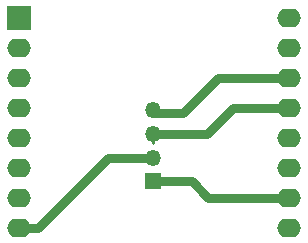
<source format=gbr>
G04 #@! TF.GenerationSoftware,KiCad,Pcbnew,5.1.9*
G04 #@! TF.CreationDate,2021-01-16T07:53:59+00:00*
G04 #@! TF.ProjectId,D1MiniGSR,44314d69-6e69-4475-9352-2e6b69636164,rev?*
G04 #@! TF.SameCoordinates,Original*
G04 #@! TF.FileFunction,Copper,L1,Top*
G04 #@! TF.FilePolarity,Positive*
%FSLAX46Y46*%
G04 Gerber Fmt 4.6, Leading zero omitted, Abs format (unit mm)*
G04 Created by KiCad (PCBNEW 5.1.9) date 2021-01-16 07:53:59*
%MOMM*%
%LPD*%
G01*
G04 APERTURE LIST*
G04 #@! TA.AperFunction,ComponentPad*
%ADD10O,2.000000X1.600000*%
G04 #@! TD*
G04 #@! TA.AperFunction,ComponentPad*
%ADD11R,2.000000X2.000000*%
G04 #@! TD*
G04 #@! TA.AperFunction,ComponentPad*
%ADD12R,1.350000X1.350000*%
G04 #@! TD*
G04 #@! TA.AperFunction,ComponentPad*
%ADD13O,1.350000X1.350000*%
G04 #@! TD*
G04 #@! TA.AperFunction,Conductor*
%ADD14C,0.250000*%
G04 #@! TD*
G04 #@! TA.AperFunction,Conductor*
%ADD15C,0.800000*%
G04 #@! TD*
G04 APERTURE END LIST*
D10*
G04 #@! TO.P,U1,2*
G04 #@! TO.N,Net-(U1-Pad2)*
X97865001Y-155805001D03*
D11*
G04 #@! TO.P,U1,1*
G04 #@! TO.N,Net-(U1-Pad1)*
X97865001Y-153265001D03*
D10*
G04 #@! TO.P,U1,3*
G04 #@! TO.N,Net-(U1-Pad3)*
X97865001Y-158345001D03*
G04 #@! TO.P,U1,4*
G04 #@! TO.N,Net-(U1-Pad4)*
X97865001Y-160885001D03*
G04 #@! TO.P,U1,5*
G04 #@! TO.N,Net-(U1-Pad5)*
X97865001Y-163425001D03*
G04 #@! TO.P,U1,6*
G04 #@! TO.N,Net-(U1-Pad6)*
X97865001Y-165965001D03*
G04 #@! TO.P,U1,7*
G04 #@! TO.N,Net-(U1-Pad7)*
X97865001Y-168505001D03*
G04 #@! TO.P,U1,8*
G04 #@! TO.N,Net-(J1-Pad2)*
X97865001Y-171045001D03*
G04 #@! TO.P,U1,9*
G04 #@! TO.N,Net-(U1-Pad9)*
X120725001Y-171045001D03*
G04 #@! TO.P,U1,10*
G04 #@! TO.N,Net-(J1-Pad1)*
X120725001Y-168505001D03*
G04 #@! TO.P,U1,11*
G04 #@! TO.N,Net-(U1-Pad11)*
X120725001Y-165965001D03*
G04 #@! TO.P,U1,12*
G04 #@! TO.N,Net-(U1-Pad12)*
X120725001Y-163425001D03*
G04 #@! TO.P,U1,13*
G04 #@! TO.N,Net-(J1-Pad3)*
X120725001Y-160885001D03*
G04 #@! TO.P,U1,14*
G04 #@! TO.N,Net-(J1-Pad4)*
X120725001Y-158345001D03*
G04 #@! TO.P,U1,15*
G04 #@! TO.N,Net-(U1-Pad15)*
X120725001Y-155805001D03*
G04 #@! TO.P,U1,16*
G04 #@! TO.N,Net-(U1-Pad16)*
X120725001Y-153265001D03*
G04 #@! TD*
D12*
G04 #@! TO.P,J1,1*
G04 #@! TO.N,Net-(J1-Pad1)*
X109220000Y-167100000D03*
D13*
G04 #@! TO.P,J1,2*
G04 #@! TO.N,Net-(J1-Pad2)*
X109220000Y-165100000D03*
G04 #@! TO.P,J1,3*
G04 #@! TO.N,Net-(J1-Pad3)*
X109220000Y-163100000D03*
G04 #@! TO.P,J1,4*
G04 #@! TO.N,Net-(J1-Pad4)*
X109220000Y-161100000D03*
G04 #@! TD*
D14*
G04 #@! TO.N,Net-(J1-Pad1)*
X120725001Y-168505001D02*
X120725001Y-168834999D01*
D15*
X120725001Y-168505001D02*
X113895001Y-168505001D01*
X112490000Y-167100000D02*
X109220000Y-167100000D01*
X113895001Y-168505001D02*
X112490000Y-167100000D01*
G04 #@! TO.N,Net-(J1-Pad2)*
X97865001Y-171045001D02*
X99464999Y-171045001D01*
X105410000Y-165100000D02*
X109220000Y-165100000D01*
X99464999Y-171045001D02*
X105410000Y-165100000D01*
D14*
G04 #@! TO.N,Net-(J1-Pad3)*
X109220000Y-163100000D02*
X109220000Y-163830000D01*
X109220000Y-163100000D02*
X109220000Y-162560000D01*
D15*
X115974999Y-160885001D02*
X113760000Y-163100000D01*
X113760000Y-163100000D02*
X109220000Y-163100000D01*
X120725001Y-160885001D02*
X115974999Y-160885001D01*
G04 #@! TO.N,Net-(J1-Pad4)*
X111760000Y-161290000D02*
X114704999Y-158345001D01*
X114704999Y-158345001D02*
X120725001Y-158345001D01*
D14*
X109220000Y-161100000D02*
X109220000Y-161290000D01*
D15*
X109220000Y-161290000D02*
X111760000Y-161290000D01*
G04 #@! TD*
M02*

</source>
